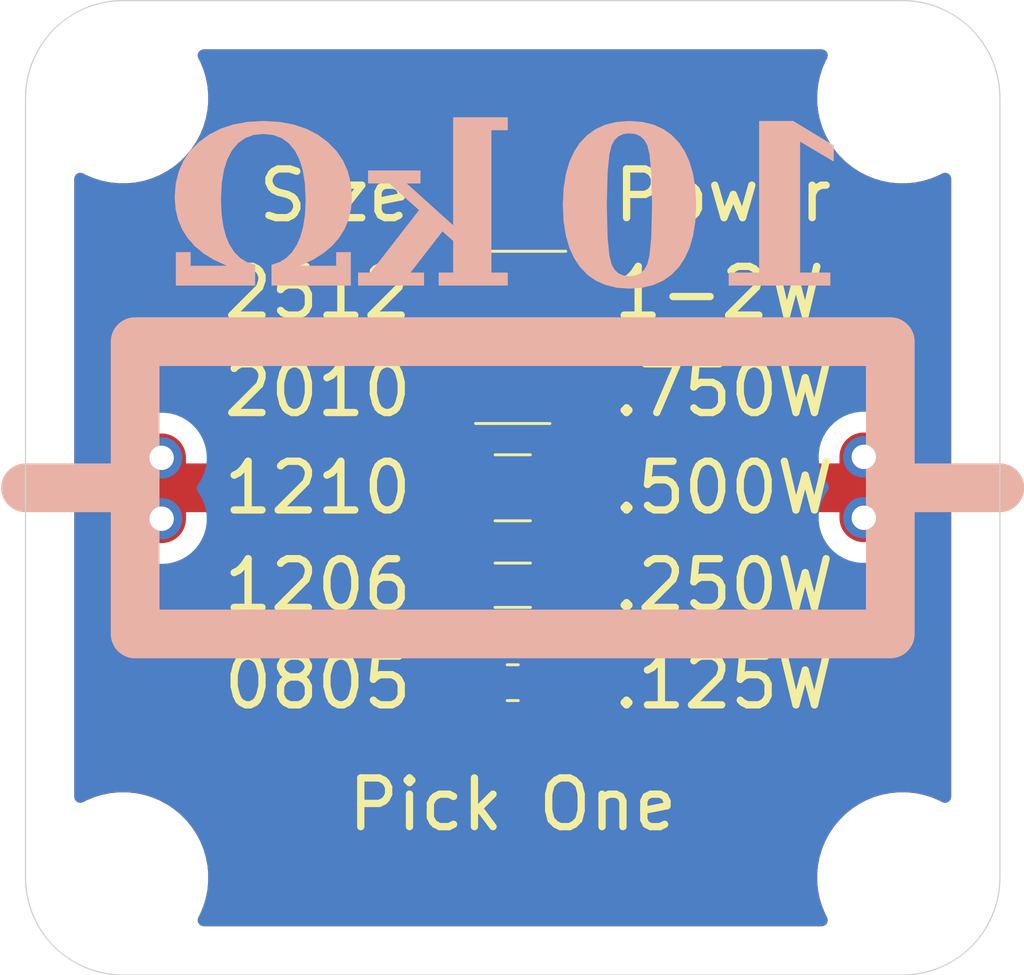
<source format=kicad_pcb>
(kicad_pcb (version 20241229) (generator "pcbnew") (generator_version "9.0")
  (title_block (date "2025-03-07"))
  (layers (0 "F.Cu" signal) (2 "B.Cu" signal) (13 "F.Paste" user) (15 "B.Paste" user) (5 "F.SilkS" user "F.Silkscreen") (7 "B.SilkS" user "B.Silkscreen") (1 "F.Mask" user) (3 "B.Mask" user) (25 "Edge.Cuts" user))
  (net 0 "")
  (net 1 "NordSued")
  (net 2 "Net-(J2-Pin_1)")
  (footprint "EASYEDA2KICAD:MountingHole_3.0mm_M3_tight" (layer "F.Cu") (at 48.5 48.5 -90)
    (property "Reference" "H3" (hide yes))
    (property "Value" "MH M3")
    (pad "" np_thru_hole circle (at 0 0 270) (size 3 3) (drill 3) (layers "*.Cu" "*.Mask"))
  )
  (footprint "EASYEDA2KICAD:MountingHole_3.0mm_M3_tight" (layer "F.Cu") (at 48.5 16.5 -90)
    (property "Reference" "H1" (hide yes))
    (property "Value" "MH M3")
    (pad "" np_thru_hole circle (at 0 0 270) (size 3 3) (drill 3) (layers "*.Cu" "*.Mask"))
  )
  (footprint "Resistor_SMD:R_1206_3216Metric" (layer "F.Cu") (at 32.5 36.5 180)
    (property "Reference" "R4" (hide yes))
    (property "Value" "R")
    (fp_line (start -0.727064 0.91) (end 0.727064 0.91) (stroke (width 0.12)) (layer "F.SilkS"))
    (fp_line (start -0.727064 -0.91) (end 0.727064 -0.91) (stroke (width 0.12)) (layer "F.SilkS"))
    (pad "1" smd roundrect (at -1.4625 0 180) (size 1.125 1.75) (layers "F.Cu" "F.Mask" "F.Paste") (roundrect_rratio 0.222222) (net 2 "Net-(J2-Pin_1)"))
    (pad "2" smd roundrect (at 1.4625 0 180) (size 1.125 1.75) (layers "F.Cu" "F.Mask" "F.Paste") (roundrect_rratio 0.222222) (net 1 "NordSued"))
  )
  (footprint "EASYEDA2KICAD:MountingHole_3.0mm_M3_tight" (layer "F.Cu") (at 16.5 48.5 -90)
    (property "Reference" "H4" (hide yes))
    (property "Value" "MH M3")
    (pad "" np_thru_hole circle (at 0 0 270) (size 3 3) (drill 3) (layers "*.Cu" "*.Mask"))
  )
  (footprint "Resistor_SMD:R_2010_5025Metric" (layer "F.Cu") (at 32.5 28.5 180)
    (property "Reference" "R2" (hide yes))
    (property "Value" "R")
    (fp_line (start -1.527064 1.36) (end 1.527064 1.36) (stroke (width 0.12)) (layer "F.SilkS"))
    (fp_line (start -1.527064 -1.36) (end 1.527064 -1.36) (stroke (width 0.12)) (layer "F.SilkS"))
    (pad "1" smd roundrect (at -2.3125 0 180) (size 1.225 2.65) (layers "F.Cu" "F.Mask" "F.Paste") (roundrect_rratio 0.204082) (net 2 "Net-(J2-Pin_1)"))
    (pad "2" smd roundrect (at 2.3125 0 180) (size 1.225 2.65) (layers "F.Cu" "F.Mask" "F.Paste") (roundrect_rratio 0.204082) (net 1 "NordSued"))
  )
  (footprint "Resistor_SMD:R_2512_6332Metric" (layer "F.Cu") (at 32.5 24.5 180)
    (property "Reference" "R1" (hide yes))
    (property "Value" "R")
    (fp_line (start -2.177064 1.71) (end 2.177064 1.71) (stroke (width 0.12)) (layer "F.SilkS"))
    (fp_line (start -2.177064 -1.71) (end 2.177064 -1.71) (stroke (width 0.12)) (layer "F.SilkS"))
    (pad "1" smd roundrect (at -2.9625 0 180) (size 1.225 3.35) (layers "F.Cu" "F.Mask" "F.Paste") (roundrect_rratio 0.204082) (net 2 "Net-(J2-Pin_1)"))
    (pad "2" smd roundrect (at 2.9625 0 180) (size 1.225 3.35) (layers "F.Cu" "F.Mask" "F.Paste") (roundrect_rratio 0.204082) (net 1 "NordSued"))
  )
  (footprint "EASYEDA2KICAD:Magentic_Connector_1x02_P2.5mm_Horizontal" (layer "F.Cu") (at 17.9875 32.5 180)
    (property "Reference" "J1" (hide yes))
    (property "Value" "Conn_01x02_Pin")
    (pad "1" thru_hole circle (at -0.1 -1.27 180) (size 1.7 1.7) (drill 1) (layers "*.Cu" "*.Mask") (net 1 "NordSued"))
    (pad "2" thru_hole oval (at -0.1 1.23 180) (size 1.7 1.7) (drill 1) (layers "*.Cu" "*.Mask") (net 1 "NordSued"))
  )
  (footprint "EASYEDA2KICAD:MountingHole_3.0mm_M3_tight" (layer "F.Cu") (at 16.5 16.5 -90)
    (property "Reference" "H2" (hide yes))
    (property "Value" "MH M3")
    (pad "" np_thru_hole circle (at 0 0 270) (size 3 3) (drill 3) (layers "*.Cu" "*.Mask"))
  )
  (footprint "Resistor_SMD:R_1210_3225Metric" (layer "F.Cu") (at 32.5 32.5 180)
    (property "Reference" "R3" (hide yes))
    (property "Value" "R")
    (fp_line (start -0.723737 1.355) (end 0.723737 1.355) (stroke (width 0.12)) (layer "F.SilkS"))
    (fp_line (start -0.723737 -1.355) (end 0.723737 -1.355) (stroke (width 0.12)) (layer "F.SilkS"))
    (pad "1" smd roundrect (at -1.4625 0 180) (size 1.125 2.65) (layers "F.Cu" "F.Mask" "F.Paste") (roundrect_rratio 0.222222) (net 2 "Net-(J2-Pin_1)"))
    (pad "2" smd roundrect (at 1.4625 0 180) (size 1.125 2.65) (layers "F.Cu" "F.Mask" "F.Paste") (roundrect_rratio 0.222222) (net 1 "NordSued"))
  )
  (footprint "Resistor_SMD:R_0805_2012Metric" (layer "F.Cu") (at 32.5 40.5 180)
    (property "Reference" "R5" (hide yes))
    (property "Value" "R")
    (fp_line (start -0.227064 0.735) (end 0.227064 0.735) (stroke (width 0.12)) (layer "F.SilkS"))
    (fp_line (start -0.227064 -0.735) (end 0.227064 -0.735) (stroke (width 0.12)) (layer "F.SilkS"))
    (pad "1" smd roundrect (at -0.9125 0 180) (size 1.025 1.4) (layers "F.Cu" "F.Mask" "F.Paste") (roundrect_rratio 0.243902) (net 2 "Net-(J2-Pin_1)"))
    (pad "2" smd roundrect (at 0.9125 0 180) (size 1.025 1.4) (layers "F.Cu" "F.Mask" "F.Paste") (roundrect_rratio 0.243902) (net 1 "NordSued"))
  )
  (footprint "EASYEDA2KICAD:Magentic_Connector_1x02_P2.5mm_Horizontal" (layer "F.Cu") (at 47.0125 32.5)
    (property "Reference" "J2" (hide yes))
    (property "Value" "Conn_01x02_Pin")
    (pad "1" thru_hole circle (at -0.1 -1.27) (size 1.7 1.7) (drill 1) (layers "*.Cu" "*.Mask") (net 2 "Net-(J2-Pin_1)"))
    (pad "2" thru_hole oval (at -0.1 1.23) (size 1.7 1.7) (drill 1) (layers "*.Cu" "*.Mask") (net 2 "Net-(J2-Pin_1)"))
  )
  (gr_poly (pts (xy 29.3 22.9) (xy 29.3 26.1) (xy 29.9 27.3) (xy 29.9 29.7) (xy 30.7 31.3) (xy 30.7 37.3) (xy 31.1 39.033334) (xy 31.1 41) (xy 31.1 39.9) (xy 30.5 37.3) (xy 30.5 31.3) (xy 29.7 29.7) (xy 29.7 27.3) (xy 29.1 26.1) (xy 29.1 22.9)) (stroke (width 2)) (fill yes) (layer "F.Cu") (net 1))
  (gr_poly (pts (xy 35.7 22.9) (xy 35.7 26.1) (xy 35.1 27.3) (xy 35.1 29.7) (xy 34.3 31.3) (xy 34.3 37.3) (xy 33.9 39.033332) (xy 33.9 41) (xy 33.9 39.9) (xy 34.5 37.3) (xy 34.5 31.3) (xy 35.3 29.7) (xy 35.3 27.3) (xy 35.9 26.1) (xy 35.9 22.9)) (stroke (width 2)) (fill yes) (layer "F.Cu") (net 2))
  (gr_line (start 17 32.5) (end 12.5 32.5) (stroke (width 2)) (layer "B.SilkS"))
  (gr_line (start 52.5 32.5) (end 48 32.5) (stroke (width 2)) (layer "B.SilkS"))
  (gr_rect (start 17 26.5) (end 48 38.5) (stroke (width 2)) (fill no) (layer "B.SilkS"))
  (gr_arc (start 52.5 48.5) (mid 51.328427 51.328427) (end 48.5 52.5) (stroke (width 0.05)) (layer "Edge.Cuts"))
  (gr_arc (start 16.5 52.5) (mid 13.671573 51.328427) (end 12.5 48.5) (stroke (width 0.05)) (layer "Edge.Cuts"))
  (gr_line (start 48.5 12.5) (end 16.5 12.5) (stroke (width 0.05)) (layer "Edge.Cuts"))
  (gr_line (start 52.5 48.5) (end 52.5 16.5) (stroke (width 0.05)) (layer "Edge.Cuts"))
  (gr_line (start 16.5 52.5) (end 48.5 52.5) (stroke (width 0.05)) (layer "Edge.Cuts"))
  (gr_arc (start 12.5 16.5) (mid 13.671573 13.671573) (end 16.5 12.5) (stroke (width 0.05)) (layer "Edge.Cuts"))
  (gr_arc (start 48.5 12.5) (mid 51.328427 13.671573) (end 52.5 16.5) (stroke (width 0.05)) (layer "Edge.Cuts"))
  (gr_line (start 12.5 16.5) (end 12.5 48.5) (stroke (width 0.05)) (layer "Edge.Cuts"))
  (gr_text ".125W" (at 36.5 40.5 0) (layer "F.SilkS") (effects (font (size 2 2) (thickness 0.3)) (justify left)))
  (gr_text "2512" (at 28.5 24.5 0) (layer "F.SilkS") (effects (font (size 2 2) (thickness 0.3)) (justify right)))
  (gr_text "1210\n" (at 28.5 32.5 0) (layer "F.SilkS") (effects (font (size 2 2) (thickness 0.3)) (justify right)))
  (gr_text ".750W" (at 36.5 28.5 0) (layer "F.SilkS") (effects (font (size 2 2) (thickness 0.3)) (justify left)))
  (gr_text ".250W" (at 36.5 36.5 0) (layer "F.SilkS") (effects (font (size 2 2) (thickness 0.3)) (justify left)))
  (gr_text "2010\n" (at 28.5 28.5 0) (layer "F.SilkS") (effects (font (size 2 2) (thickness 0.3)) (justify right)))
  (gr_text "1-2W" (at 36.5 24.5 0) (layer "F.SilkS") (effects (font (size 2 2) (thickness 0.3)) (justify left)))
  (gr_text "Size" (at 28.5 20.5 0) (layer "F.SilkS") (effects (font (size 2 2) (thickness 0.3)) (justify right)))
  (gr_text "0805" (at 28.5 40.5 0) (layer "F.SilkS") (effects (font (size 2 2) (thickness 0.3)) (justify right)))
  (gr_text "1206" (at 28.5 36.5 0) (layer "F.SilkS") (effects (font (size 2 2) (thickness 0.3)) (justify right)))
  (gr_text "Pick One" (at 32.5 45.5 0) (layer "F.SilkS") (effects (font (size 2 2) (thickness 0.3))))
  (gr_text ".500W" (at 36.5 32.5 0) (layer "F.SilkS") (effects (font (size 2 2) (thickness 0.3)) (justify left)))
  (gr_text "Power" (at 36.5 20.5 0) (layer "F.SilkS") (effects (font (size 2 2) (thickness 0.3)) (justify left)))
  (gr_text "10 kΩ" (at 32.5 21.5 0) (layer "B.SilkS") (effects (font (size 6.5 6.5) (thickness 1.4) (bold yes)) (justify mirror)))
  (segment (start 18.0875 32.5) (end 30.5 32.5) (width 2) (layer "F.Cu") (net 1))
  (segment (start 30.1875 28.5) (end 30.1875 29.1875) (width 0.2) (layer "F.Cu") (net 1))
  (segment (start 18.0875 33.77) (end 18.0875 31.27) (width 2) (layer "F.Cu") (net 1))
  (segment (start 34.5 32.5) (end 46.9125 32.5) (width 2) (layer "F.Cu") (net 2))
  (segment (start 46.9125 32.5) (end 45.7825 32.5) (width 2) (layer "F.Cu") (net 2))
  (segment (start 46.9125 33.73) (end 46.9125 31.23) (width 2) (layer "F.Cu") (net 2))
  (zone (net 0) (net_name "") (layers "F.Cu" "B.Cu") (connect_pads (clearance 1)) (min_thickness 0.5) (fill yes (thermal_gap 0.5) (thermal_bridge_width 0.5) (island_removal_mode 1) (island_area_min 10))
    (polygon (pts (xy 52.5 12.5) (xy 12.5 12.5) (xy 12.5 52.5) (xy 52.5 52.5)))
  )
)
</source>
